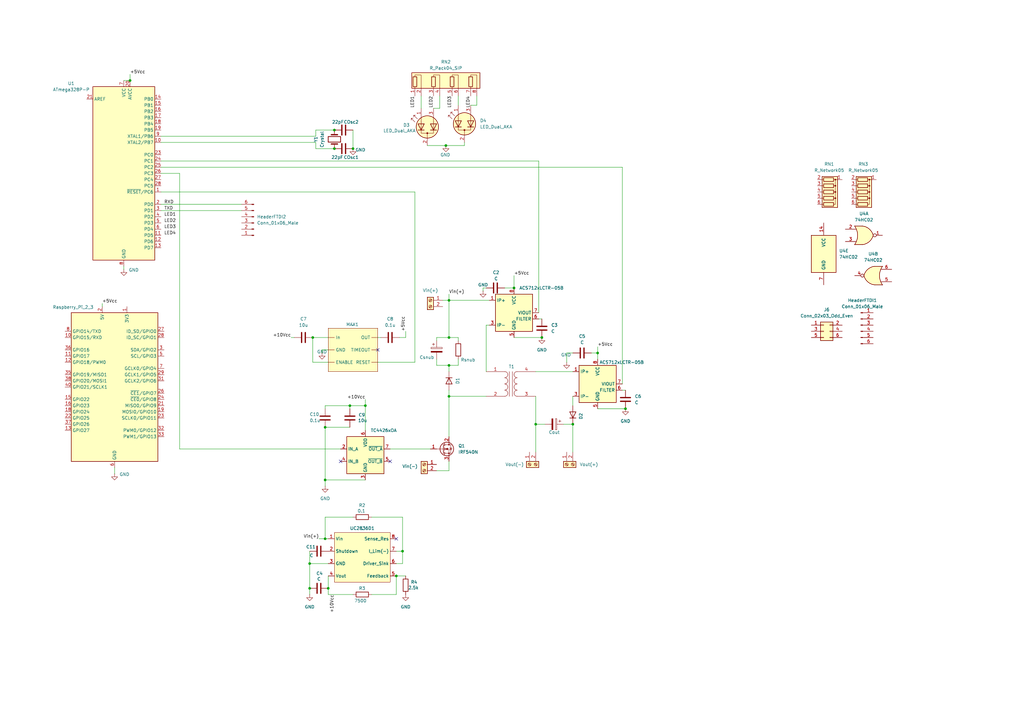
<source format=kicad_sch>
(kicad_sch (version 20250114) (generator "eeschema") (generator_version "9.0")
  (paper "A3")
  (lib_symbols
    (symbol "74xx:74HC02" (pin_names (offset 1.016))
      (property "Reference" "U" (at 0 1.27 0))
      (property "Value" "74HC02" (at 0 -1.27 0))
      (symbol "74HC02_1_1"
        (pin input line (at -7.62 2.54 0) (length 4.318) (name "~") (number "2"))
        (pin input line (at -7.62 -2.54 0) (length 4.318) (name "~") (number "3"))
        (pin output inverted (at 7.62 0 180) (length 3.81) (name "~") (number "1"))
      )
      (symbol "74HC02_1_2"
        (pin input inverted (at -7.62 2.54 0) (length 3.81) (name "~") (number "2"))
        (pin input inverted (at -7.62 -2.54 0) (length 3.81) (name "~") (number "3"))
        (pin output line (at 7.62 0 180) (length 3.81) (name "~") (number "1"))
      )
      (symbol "74HC02_2_1"
        (pin input line (at -7.62 2.54 0) (length 4.318) (name "~") (number "5"))
        (pin input line (at -7.62 -2.54 0) (length 4.318) (name "~") (number "6"))
        (pin output inverted (at 7.62 0 180) (length 3.81) (name "~") (number "4"))
      )
      (symbol "74HC02_2_2"
        (pin input inverted (at -7.62 2.54 0) (length 3.81) (name "~") (number "5"))
        (pin input inverted (at -7.62 -2.54 0) (length 3.81) (name "~") (number "6"))
        (pin output line (at 7.62 0 180) (length 3.81) (name "~") (number "4"))
      )
      (symbol "74HC02_3_1"
        (pin input line (at -7.62 2.54 0) (length 4.318) (name "~") (number "8"))
        (pin input line (at -7.62 -2.54 0) (length 4.318) (name "~") (number "9"))
        (pin output inverted (at 7.62 0 180) (length 3.81) (name "~") (number "10"))
      )
      (symbol "74HC02_3_2"
        (pin input inverted (at -7.62 2.54 0) (length 3.81) (name "~") (number "8"))
        (pin input inverted (at -7.62 -2.54 0) (length 3.81) (name "~") (number "9"))
        (pin output line (at 7.62 0 180) (length 3.81) (name "~") (number "10"))
      )
      (symbol "74HC02_4_1"
        (pin input line (at -7.62 2.54 0) (length 4.318) (name "~") (number "11"))
        (pin input line (at -7.62 -2.54 0) (length 4.318) (name "~") (number "12"))
        (pin output inverted (at 7.62 0 180) (length 3.81) (name "~") (number "13"))
      )
      (symbol "74HC02_4_2"
        (pin input inverted (at -7.62 2.54 0) (length 3.81) (name "~") (number "11"))
        (pin input inverted (at -7.62 -2.54 0) (length 3.81) (name "~") (number "12"))
        (pin output line (at 7.62 0 180) (length 3.81) (name "~") (number "13"))
      )
      (symbol "74HC02_5_0"
        (pin power_in line (at 0 12.7 270) (length 5.08) (name "VCC") (number "14"))
        (pin power_in line (at 0 -12.7 90) (length 5.08) (name "GND") (number "7"))
      )
    )
    (symbol "Connector:Raspberry_Pi_2_3"
      (property "Reference" "J" (at -17.78 31.75 0))
      (property "Value" "Raspberry_Pi_2_3" (at 10.16 -31.75 0))
      (symbol "Raspberry_Pi_2_3_1_1"
        (pin bidirectional line (at -20.32 22.86 0) (length 2.54) (name "GPIO14/TXD") (number "8"))
        (pin bidirectional line (at -20.32 20.32 0) (length 2.54) (name "GPIO15/RXD") (number "10"))
        (pin bidirectional line (at -20.32 15.24 0) (length 2.54) (name "GPIO16") (number "36"))
        (pin bidirectional line (at -20.32 12.7 0) (length 2.54) (name "GPIO17") (number "11"))
        (pin bidirectional line (at -20.32 10.16 0) (length 2.54) (name "GPIO18/PWM0") (number "12"))
        (pin bidirectional line (at -20.32 5.08 0) (length 2.54) (name "GPIO19/MISO1") (number "35"))
        (pin bidirectional line (at -20.32 2.54 0) (length 2.54) (name "GPIO20/MOSI1") (number "38"))
        (pin bidirectional line (at -20.32 0 0) (length 2.54) (name "GPIO21/SCLK1") (number "40"))
        (pin bidirectional line (at -20.32 -5.08 0) (length 2.54) (name "GPIO22") (number "15"))
        (pin bidirectional line (at -20.32 -7.62 0) (length 2.54) (name "GPIO23") (number "16"))
        (pin bidirectional line (at -20.32 -10.16 0) (length 2.54) (name "GPIO24") (number "18"))
        (pin bidirectional line (at -20.32 -12.7 0) (length 2.54) (name "GPIO25") (number "22"))
        (pin bidirectional line (at -20.32 -15.24 0) (length 2.54) (name "GPIO26") (number "37"))
        (pin bidirectional line (at -20.32 -17.78 0) (length 2.54) (name "GPIO27") (number "13"))
        (pin power_in line (at -5.08 33.02 270) (length 2.54) (name "5V") (number "2"))
        (pin passive line (at -5.08 33.02 270) (length 2.54) (hide yes) (name "5V") (number "4"))
        (pin passive line (at 0 -33.02 90) (length 2.54) (hide yes) (name "GND") (number "14"))
        (pin passive line (at 0 -33.02 90) (length 2.54) (hide yes) (name "GND") (number "20"))
        (pin passive line (at 0 -33.02 90) (length 2.54) (hide yes) (name "GND") (number "25"))
        (pin passive line (at 0 -33.02 90) (length 2.54) (hide yes) (name "GND") (number "30"))
        (pin passive line (at 0 -33.02 90) (length 2.54) (hide yes) (name "GND") (number "34"))
        (pin passive line (at 0 -33.02 90) (length 2.54) (hide yes) (name "GND") (number "39"))
        (pin power_in line (at 0 -33.02 90) (length 2.54) (name "GND") (number "6"))
        (pin passive line (at 0 -33.02 90) (length 2.54) (hide yes) (name "GND") (number "9"))
        (pin power_in line (at 5.08 33.02 270) (length 2.54) (name "3V3") (number "1"))
        (pin passive line (at 5.08 33.02 270) (length 2.54) (hide yes) (name "3V3") (number "17"))
        (pin bidirectional line (at 20.32 22.86 180) (length 2.54) (name "ID_SD/GPIO0") (number "27"))
        (pin bidirectional line (at 20.32 20.32 180) (length 2.54) (name "ID_SC/GPIO1") (number "28"))
        (pin bidirectional line (at 20.32 15.24 180) (length 2.54) (name "SDA/GPIO2") (number "3"))
        (pin bidirectional line (at 20.32 12.7 180) (length 2.54) (name "SCL/GPIO3") (number "5"))
        (pin bidirectional line (at 20.32 7.62 180) (length 2.54) (name "GCLK0/GPIO4") (number "7"))
        (pin bidirectional line (at 20.32 5.08 180) (length 2.54) (name "GCLK1/GPIO5") (number "29"))
        (pin bidirectional line (at 20.32 2.54 180) (length 2.54) (name "GCLK2/GPIO6") (number "31"))
        (pin bidirectional line (at 20.32 -2.54 180) (length 2.54) (name "~{CE1}/GPIO7") (number "26"))
        (pin bidirectional line (at 20.32 -5.08 180) (length 2.54) (name "~{CE0}/GPIO8") (number "24"))
        (pin bidirectional line (at 20.32 -7.62 180) (length 2.54) (name "MISO0/GPIO9") (number "21"))
        (pin bidirectional line (at 20.32 -10.16 180) (length 2.54) (name "MOSI0/GPIO10") (number "19"))
        (pin bidirectional line (at 20.32 -12.7 180) (length 2.54) (name "SCLK0/GPIO11") (number "23"))
        (pin bidirectional line (at 20.32 -17.78 180) (length 2.54) (name "PWM0/GPIO12") (number "32"))
        (pin bidirectional line (at 20.32 -20.32 180) (length 2.54) (name "PWM1/GPIO13") (number "33"))
      )
    )
    (symbol "Connector:Screw_Terminal_01x02" (pin_names (offset 1.016) (hide yes))
      (property "Reference" "J" (at 0 2.54 0))
      (property "Value" "Screw_Terminal_01x02" (at 0 -5.08 0))
      (symbol "Screw_Terminal_01x02_1_1"
        (pin passive line (at -5.08 0 0) (length 3.81) (name "Pin_1") (number "1"))
        (pin passive line (at -5.08 -2.54 0) (length 3.81) (name "Pin_2") (number "2"))
      )
    )
    (symbol "Connector_Generic:Conn_02x03_Odd_Even" (pin_names (offset 1.016) (hide yes))
      (property "Reference" "J" (at 1.27 5.08 0))
      (property "Value" "Conn_02x03_Odd_Even" (at 1.27 -5.08 0))
      (symbol "Conn_02x03_Odd_Even_1_1"
        (pin passive line (at -5.08 2.54 0) (length 3.81) (name "Pin_1") (number "1"))
        (pin passive line (at -5.08 0 0) (length 3.81) (name "Pin_3") (number "3"))
        (pin passive line (at -5.08 -2.54 0) (length 3.81) (name "Pin_5") (number "5"))
        (pin passive line (at 7.62 2.54 180) (length 3.81) (name "Pin_2") (number "2"))
        (pin passive line (at 7.62 0 180) (length 3.81) (name "Pin_4") (number "4"))
        (pin passive line (at 7.62 -2.54 180) (length 3.81) (name "Pin_6") (number "6"))
      )
    )
    (symbol "Device:C" (pin_numbers (hide yes)) (pin_names (offset 0.254))
      (property "Reference" "C" (at 0.635 2.54 0))
      (property "Value" "C" (at 0.635 -2.54 0))
      (symbol "C_1_1"
        (pin passive line (at 0 3.81 270) (length 2.794) (name "~") (number "1"))
        (pin passive line (at 0 -3.81 90) (length 2.794) (name "~") (number "2"))
      )
    )
    (symbol "Device:C_Polarized" (pin_numbers (hide yes)) (pin_names (offset 0.254))
      (property "Reference" "C" (at 0.635 2.54 0))
      (property "Value" "C_Polarized" (at 0.635 -2.54 0))
      (symbol "C_Polarized_1_1"
        (pin passive line (at 0 3.81 270) (length 2.794) (name "~") (number "1"))
        (pin passive line (at 0 -3.81 90) (length 2.794) (name "~") (number "2"))
      )
    )
    (symbol "Device:D" (pin_numbers (hide yes)) (pin_names (offset 1.016) (hide yes))
      (property "Reference" "D" (at 0 2.54 0))
      (property "Value" "D" (at 0 -2.54 0))
      (symbol "D_1_1"
        (pin passive line (at -3.81 0 0) (length 2.54) (name "K") (number "1"))
        (pin passive line (at 3.81 0 180) (length 2.54) (name "A") (number "2"))
      )
    )
    (symbol "Device:LED_Dual_AKA" (pin_names (offset 0) (hide yes))
      (property "Reference" "D" (at 0 5.715 0))
      (property "Value" "LED_Dual_AKA" (at 0 -6.35 0))
      (symbol "LED_Dual_AKA_1_1"
        (pin input line (at -7.62 0 0) (length 3.048) (name "K") (number "2"))
        (pin input line (at 7.62 2.54 180) (length 3.81) (name "A1") (number "1"))
        (pin input line (at 7.62 -2.54 180) (length 3.81) (name "A2") (number "3"))
      )
    )
    (symbol "Device:R" (pin_numbers (hide yes)) (pin_names (offset 0))
      (property "Reference" "R" (at 2.032 0 90))
      (property "Value" "R" (at 0 0 90))
      (symbol "R_1_1"
        (pin passive line (at 0 3.81 270) (length 1.27) (name "~") (number "1"))
        (pin passive line (at 0 -3.81 90) (length 1.27) (name "~") (number "2"))
      )
    )
    (symbol "Device:R_Network05" (pin_names (offset 0) (hide yes))
      (property "Reference" "RN" (at -7.62 0 90))
      (property "Value" "R_Network05" (at 7.62 0 90))
      (symbol "R_Network05_1_1"
        (pin passive line (at -5.08 5.08 270) (length 2.54) (name "common") (number "1"))
        (pin passive line (at -5.08 -5.08 90) (length 1.27) (name "R1") (number "2"))
        (pin passive line (at -2.54 -5.08 90) (length 1.27) (name "R2") (number "3"))
        (pin passive line (at 0 -5.08 90) (length 1.27) (name "R3") (number "4"))
        (pin passive line (at 2.54 -5.08 90) (length 1.27) (name "R4") (number "5"))
        (pin passive line (at 5.08 -5.08 90) (length 1.27) (name "R5") (number "6"))
      )
    )
    (symbol "Device:R_Pack04_SIP" (pin_names (offset 0) (hide yes))
      (property "Reference" "RN" (at -15.24 0 90))
      (property "Value" "R_Pack04_SIP" (at 15.24 0 90))
      (symbol "R_Pack04_SIP_1_1"
        (pin passive line (at -12.7 -5.08 90) (length 3.81) (name "R1.1") (number "1"))
        (pin passive line (at -10.16 -5.08 90) (length 3.81) (name "R1.2") (number "2"))
        (pin passive line (at -5.08 -5.08 90) (length 3.81) (name "R2.1") (number "3"))
        (pin passive line (at -2.54 -5.08 90) (length 3.81) (name "R2.2") (number "4"))
        (pin passive line (at 2.54 -5.08 90) (length 3.81) (name "R3.1") (number "5"))
        (pin passive line (at 5.08 -5.08 90) (length 3.81) (name "R3.2") (number "6"))
        (pin passive line (at 10.16 -5.08 90) (length 3.81) (name "R4.1") (number "7"))
        (pin passive line (at 12.7 -5.08 90) (length 3.81) (name "R4.2") (number "8"))
      )
    )
    (symbol "Device:Transformer_1P_1S" (pin_names (offset 1.016) (hide yes))
      (property "Reference" "T" (at 0 6.35 0))
      (property "Value" "Transformer_1P_1S" (at 0 -7.62 0))
      (symbol "Transformer_1P_1S_1_1"
        (pin passive line (at -10.16 5.08 0) (length 7.62) (name "AA") (number "1"))
        (pin passive line (at -10.16 -5.08 0) (length 7.62) (name "AB") (number "2"))
        (pin passive line (at 10.16 5.08 180) (length 7.62) (name "SB") (number "4"))
        (pin passive line (at 10.16 -5.08 180) (length 7.62) (name "SA") (number "3"))
      )
    )
    (symbol "Driver_FET:TC4426xOA"
      (property "Reference" "U" (at -7.62 8.89 0))
      (property "Value" "TC4426xOA" (at 1.27 8.89 0))
      (symbol "TC4426xOA_1_1"
        (pin input line (at -10.16 2.54 0) (length 2.54) (name "IN_A") (number "2"))
        (pin input line (at -10.16 -2.54 0) (length 2.54) (name "IN_B") (number "4"))
        (pin no_connect line (at -7.62 0 0) (length 2.54) (hide yes) (name "NC") (number "1"))
        (pin power_in line (at 0 10.16 270) (length 2.54) (name "VDD") (number "6"))
        (pin power_in line (at 0 -10.16 90) (length 2.54) (name "GND") (number "3"))
        (pin no_connect line (at 7.62 0 180) (length 2.54) (hide yes) (name "NC") (number "8"))
        (pin output line (at 10.16 2.54 180) (length 2.54) (name "~{OUT_A}") (number "7"))
        (pin output line (at 10.16 -2.54 180) (length 2.54) (name "~{OUT_B}") (number "5"))
      )
    )
    (symbol "MCU_Microchip_ATmega:ATmega328P-P"
      (property "Reference" "U" (at -12.7 36.83 0))
      (property "Value" "ATmega328P-P" (at 2.54 -36.83 0))
      (symbol "ATmega328P-P_1_1"
        (pin passive line (at -15.24 30.48 0) (length 2.54) (name "AREF") (number "21"))
        (pin power_in line (at 0 38.1 270) (length 2.54) (name "VCC") (number "7"))
        (pin passive line (at 0 -38.1 90) (length 2.54) (hide yes) (name "GND") (number "22"))
        (pin power_in line (at 0 -38.1 90) (length 2.54) (name "GND") (number "8"))
        (pin power_in line (at 2.54 38.1 270) (length 2.54) (name "AVCC") (number "20"))
        (pin bidirectional line (at 15.24 30.48 180) (length 2.54) (name "PB0") (number "14"))
        (pin bidirectional line (at 15.24 27.94 180) (length 2.54) (name "PB1") (number "15"))
        (pin bidirectional line (at 15.24 25.4 180) (length 2.54) (name "PB2") (number "16"))
        (pin bidirectional line (at 15.24 22.86 180) (length 2.54) (name "PB3") (number "17"))
        (pin bidirectional line (at 15.24 20.32 180) (length 2.54) (name "PB4") (number "18"))
        (pin bidirectional line (at 15.24 17.78 180) (length 2.54) (name "PB5") (number "19"))
        (pin bidirectional line (at 15.24 15.24 180) (length 2.54) (name "XTAL1/PB6") (number "9"))
        (pin bidirectional line (at 15.24 12.7 180) (length 2.54) (name "XTAL2/PB7") (number "10"))
        (pin bidirectional line (at 15.24 7.62 180) (length 2.54) (name "PC0") (number "23"))
        (pin bidirectional line (at 15.24 5.08 180) (length 2.54) (name "PC1") (number "24"))
        (pin bidirectional line (at 15.24 2.54 180) (length 2.54) (name "PC2") (number "25"))
        (pin bidirectional line (at 15.24 0 180) (length 2.54) (name "PC3") (number "26"))
        (pin bidirectional line (at 15.24 -2.54 180) (length 2.54) (name "PC4") (number "27"))
        (pin bidirectional line (at 15.24 -5.08 180) (length 2.54) (name "PC5") (number "28"))
        (pin bidirectional line (at 15.24 -7.62 180) (length 2.54) (name "~{RESET}/PC6") (number "1"))
        (pin bidirectional line (at 15.24 -12.7 180) (length 2.54) (name "PD0") (number "2"))
        (pin bidirectional line (at 15.24 -15.24 180) (length 2.54) (name "PD1") (number "3"))
        (pin bidirectional line (at 15.24 -17.78 180) (length 2.54) (name "PD2") (number "4"))
        (pin bidirectional line (at 15.24 -20.32 180) (length 2.54) (name "PD3") (number "5"))
        (pin bidirectional line (at 15.24 -22.86 180) (length 2.54) (name "PD4") (number "6"))
        (pin bidirectional line (at 15.24 -25.4 180) (length 2.54) (name "PD5") (number "11"))
        (pin bidirectional line (at 15.24 -27.94 180) (length 2.54) (name "PD6") (number "12"))
        (pin bidirectional line (at 15.24 -30.48 180) (length 2.54) (name "PD7") (number "13"))
      )
    )
    (symbol "New_Library:MAX6765"
      (property "Reference" "MAX6765" (at 0 0 0))
      (symbol "MAX6765_1_1"
        (pin input line (at -10.16 -5.08 0) (length 2.54) (name "In") (number ""))
        (pin input line (at -10.16 -10.16 0) (length 2.54) (name "GND") (number ""))
        (pin input line (at -10.16 -15.24 0) (length 2.54) (name "ENABLE") (number ""))
        (pin input line (at 10.16 -5.08 180) (length 2.54) (name "OUT") (number ""))
        (pin input line (at 10.16 -10.16 180) (length 2.54) (name "TIMEOUT") (number ""))
        (pin input line (at 10.16 -15.24 180) (length 2.54) (name "RESET") (number ""))
      )
    )
    (symbol "Regulator:UC2836D"
      (property "Reference" "UC2836D" (at 0 0 0))
      (symbol "UC2836D_1_1"
        (pin input line (at -13.97 -3.81 0) (length 2.54) (name "Vin") (number "1"))
        (pin input line (at -13.97 -8.89 0) (length 2.54) (name "Shutdown") (number "2"))
        (pin output line (at -13.97 -13.97 0) (length 2.54) (name "GND") (number "3"))
        (pin output line (at -13.97 -19.05 0) (length 2.54) (name "Vout") (number "4"))
        (pin unspecified line (at 13.97 -3.81 180) (length 2.54) (name "Sense_Res") (number "8"))
        (pin output line (at 13.97 -8.89 180) (length 2.54) (name "I_Lim(-)") (number "7"))
        (pin input line (at 13.97 -13.97 180) (length 2.54) (name "Driver_Sink") (number "6"))
        (pin input line (at 13.97 -19.05 180) (length 2.54) (name "Feedback") (number "5"))
      )
    )
    (symbol "Sensor_Current:ACS712xLCTR-05B"
      (property "Reference" "U" (at 2.54 11.43 0))
      (property "Value" "ACS712xLCTR-05B" (at 2.54 8.89 0))
      (symbol "ACS712xLCTR-05B_1_1"
        (pin passive line (at -10.16 5.08 0) (length 2.54) (name "IP+") (number "1"))
        (pin passive line (at -10.16 5.08 0) (length 2.54) (hide yes) (name "IP+") (number "2"))
        (pin passive line (at -10.16 -5.08 0) (length 2.54) (name "IP-") (number "3"))
        (pin passive line (at -10.16 -5.08 0) (length 2.54) (hide yes) (name "IP-") (number "4"))
        (pin power_in line (at 0 10.16 270) (length 2.54) (name "VCC") (number "8"))
        (pin power_in line (at 0 -10.16 90) (length 2.54) (name "GND") (number "5"))
        (pin output line (at 10.16 0 180) (length 2.54) (name "VIOUT") (number "7"))
        (pin passive line (at 10.16 -2.54 180) (length 2.54) (name "FILTER") (number "6"))
      )
    )
    (symbol "Transistor_FET:IRF540N" (pin_names (hide yes))
      (property "Reference" "Q" (at 5.08 1.905 0))
      (property "Value" "IRF540N" (at 5.08 0 0))
      (symbol "IRF540N_1_1"
        (pin input line (at -5.08 0 0) (length 2.54) (name "G") (number "1"))
        (pin passive line (at 2.54 5.08 270) (length 2.54) (name "D") (number "2"))
        (pin passive line (at 2.54 -5.08 90) (length 2.54) (name "S") (number "3"))
      )
    )
    (symbol "Xtal_16MHz:Crystal" (pin_numbers (hide yes)) (pin_names (offset 1.016) (hide yes))
      (property "Reference" "Y" (at 0 3.81 0))
      (property "Value" "Crystal" (at 0 -3.81 0))
      (symbol "Crystal_1_1"
        (pin passive line (at -3.81 0 0) (length 1.27) (name "1") (number "1"))
        (pin passive line (at 3.81 0 180) (length 1.27) (name "2") (number "2"))
      )
    )
    (symbol "conn_01x06_male:Conn_01x06_Male" (pin_names (offset 1.016) (hide yes))
      (property "Reference" "HeaderFTDI1" (at -6.35 -1.524 0))
      (property "Value" "Conn_01x06_Male" (at -6.35 -3.8354 0))
      (symbol "Conn_01x06_Male_1_1"
        (pin passive line (at 5.08 5.08 180) (length 3.81) (name "Pin_1") (number "1"))
        (pin passive line (at 5.08 2.54 180) (length 3.81) (name "Pin_2") (number "2"))
        (pin passive line (at 5.08 0 180) (length 3.81) (name "Pin_3") (number "3"))
        (pin passive line (at 5.08 -2.54 180) (length 3.81) (name "Pin_4") (number "4"))
        (pin passive line (at 5.08 -5.08 180) (length 3.81) (name "Pin_5") (number "5"))
        (pin passive line (at 5.08 -7.62 180) (length 3.81) (name "Pin_6") (number "6"))
      )
    )
    (symbol "power:GND" (power) (pin_numbers (hide yes)) (pin_names (offset 0) (hide yes))
      (property "Value" "GND" (at 0 -3.81 0))
      (symbol "GND_1_1"
        (pin power_in line (at 0 0 270) (length 0) (name "~") (number "1"))
      )
    )
  )
  (junction (at 133.35 175.26))
  (junction (at 149.86 166.37))
  (junction (at 143.51 166.37))
  (junction (at 184.15 138.43))
  (junction (at 210.82 118.11))
  (junction (at 219.71 173.99))
  (junction (at 182.88 59.69))
  (junction (at 245.11 144.78))
  (junction (at 234.95 173.99))
  (junction (at 134.62 241.3))
  (junction (at 128.27 138.43))
  (junction (at 127 231.14))
  (junction (at 184.15 149.86))
  (junction (at 162.56 236.22))
  (junction (at 184.15 123.19))
  (junction (at 184.15 162.56))
  (junction (at 127 241.3))
  (junction (at 256.54 167.64))
  (junction (at 222.25 138.43))
  (junction (at 165.1 226.06))
  (junction (at 133.35 220.98))
  (junction (at 53.34 33.02))
  (junction (at 144.78 60.96))
  (junction (at 137.16 60.96))
  (junction (at 137.16 53.34))
  (junction (at 133.35 196.85))
  (no_connect (at 162.56 220.98))
  (no_connect (at 154.94 143.51))
  (no_connect (at 139.7 189.23))
  (no_connect (at 160.02 189.23))
  (wire (pts (xy 165.1 231.14) (xy 165.1 226.06)))
  (wire (pts (xy 234.95 162.56) (xy 234.95 166.37)))
  (wire (pts (xy 130.81 220.98) (xy 133.35 220.98)))
  (wire (pts (xy 181.61 123.19) (xy 184.15 123.19)))
  (wire (pts (xy 46.99 191.77) (xy 46.99 194.31)))
  (wire (pts (xy 129.54 60.96) (xy 137.16 60.96)))
  (wire (pts (xy 199.39 118.11) (xy 198.12 118.11)))
  (wire (pts (xy 222.25 130.81) (xy 220.98 130.81)))
  (wire (pts (xy 187.96 149.86) (xy 187.96 147.32)))
  (wire (pts (xy 219.71 173.99) (xy 219.71 185.42)))
  (wire (pts (xy 133.35 175.26) (xy 133.35 196.85)))
  (wire (pts (xy 199.39 162.56) (xy 184.15 162.56)))
  (wire (pts (xy 152.4 212.09) (xy 165.1 212.09)))
  (wire (pts (xy 207.01 118.11) (xy 210.82 118.11)))
  (wire (pts (xy 182.88 59.69) (xy 190.5 59.69)))
  (wire (pts (xy 132.08 143.51) (xy 134.62 143.51)))
  (wire (pts (xy 245.11 144.78) (xy 245.11 147.32)))
  (wire (pts (xy 119.38 138.43) (xy 120.65 138.43)))
  (wire (pts (xy 175.26 59.69) (xy 182.88 59.69)))
  (wire (pts (xy 180.34 39.37) (xy 180.34 44.45)))
  (wire (pts (xy 160.02 184.15) (xy 176.53 184.15)))
  (wire (pts (xy 152.4 243.84) (xy 162.56 243.84)))
  (wire (pts (xy 172.72 39.37) (xy 172.72 44.45)))
  (wire (pts (xy 232.41 144.78) (xy 232.41 148.59)))
  (wire (pts (xy 129.54 53.34) (xy 137.16 53.34)))
  (wire (pts (xy 187.96 39.37) (xy 187.96 43.18)))
  (wire (pts (xy 187.96 139.7) (xy 187.96 138.43)))
  (wire (pts (xy 162.56 243.84) (xy 162.56 236.22)))
  (wire (pts (xy 184.15 162.56) (xy 184.15 160.02)))
  (wire (pts (xy 128.27 148.59) (xy 134.62 148.59)))
  (wire (pts (xy 149.86 166.37) (xy 149.86 176.53)))
  (wire (pts (xy 50.8 33.02) (xy 53.34 33.02)))
  (wire (pts (xy 154.94 148.59) (xy 170.18 148.59)))
  (wire (pts (xy 66.04 83.82) (xy 99.06 83.82)))
  (wire (pts (xy 163.83 138.43) (xy 166.37 138.43)))
  (wire (pts (xy 210.82 113.03) (xy 210.82 118.11)))
  (wire (pts (xy 133.35 196.85) (xy 149.86 196.85)))
  (wire (pts (xy 149.86 166.37) (xy 149.86 163.83)))
  (wire (pts (xy 133.35 220.98) (xy 134.62 220.98)))
  (wire (pts (xy 179.07 147.32) (xy 179.07 149.86)))
  (wire (pts (xy 170.18 78.74) (xy 66.04 78.74)))
  (wire (pts (xy 53.34 30.48) (xy 53.34 33.02)))
  (wire (pts (xy 66.04 86.36) (xy 99.06 86.36)))
  (wire (pts (xy 195.58 39.37) (xy 195.58 43.18)))
  (wire (pts (xy 184.15 120.65) (xy 184.15 123.19)))
  (wire (pts (xy 184.15 162.56) (xy 184.15 179.07)))
  (wire (pts (xy 220.98 66.04) (xy 66.04 66.04)))
  (wire (pts (xy 184.15 193.04) (xy 179.07 193.04)))
  (wire (pts (xy 134.62 243.84) (xy 144.78 243.84)))
  (wire (pts (xy 255.27 157.48) (xy 255.27 68.58)))
  (wire (pts (xy 127 231.14) (xy 134.62 231.14)))
  (wire (pts (xy 133.35 175.26) (xy 143.51 175.26)))
  (wire (pts (xy 234.95 144.78) (xy 232.41 144.78)))
  (wire (pts (xy 66.04 58.42) (xy 129.54 58.42)))
  (wire (pts (xy 133.35 212.09) (xy 144.78 212.09)))
  (wire (pts (xy 165.1 226.06) (xy 162.56 226.06)))
  (wire (pts (xy 177.8 44.45) (xy 180.34 44.45)))
  (wire (pts (xy 184.15 138.43) (xy 184.15 123.19)))
  (wire (pts (xy 133.35 220.98) (xy 133.35 212.09)))
  (wire (pts (xy 184.15 123.19) (xy 200.66 123.19)))
  (wire (pts (xy 133.35 167.64) (xy 133.35 166.37)))
  (wire (pts (xy 245.11 142.24) (xy 245.11 144.78)))
  (wire (pts (xy 193.04 43.18) (xy 195.58 43.18)))
  (wire (pts (xy 66.04 55.88) (xy 129.54 55.88)))
  (wire (pts (xy 184.15 152.4) (xy 184.15 149.86)))
  (wire (pts (xy 256.54 160.02) (xy 255.27 160.02)))
  (wire (pts (xy 41.91 124.46) (xy 41.91 125.73)))
  (wire (pts (xy 219.71 173.99) (xy 223.52 173.99)))
  (wire (pts (xy 154.94 138.43) (xy 156.21 138.43)))
  (wire (pts (xy 245.11 167.64) (xy 256.54 167.64)))
  (wire (pts (xy 198.12 118.11) (xy 198.12 119.38)))
  (wire (pts (xy 144.78 53.34) (xy 144.78 60.96)))
  (wire (pts (xy 129.54 55.88) (xy 129.54 53.34)))
  (wire (pts (xy 166.37 135.89) (xy 166.37 138.43)))
  (wire (pts (xy 179.07 149.86) (xy 184.15 149.86)))
  (wire (pts (xy 129.54 58.42) (xy 129.54 60.96)))
  (wire (pts (xy 73.66 71.12) (xy 73.66 184.15)))
  (wire (pts (xy 219.71 162.56) (xy 219.71 173.99)))
  (wire (pts (xy 66.04 71.12) (xy 73.66 71.12)))
  (wire (pts (xy 190.5 59.69) (xy 190.5 58.42)))
  (wire (pts (xy 231.14 173.99) (xy 234.95 173.99)))
  (wire (pts (xy 165.1 212.09) (xy 165.1 226.06)))
  (wire (pts (xy 170.18 78.74) (xy 170.18 148.59)))
  (wire (pts (xy 255.27 68.58) (xy 66.04 68.58)))
  (wire (pts (xy 133.35 166.37) (xy 143.51 166.37)))
  (wire (pts (xy 127 226.06) (xy 127 231.14)))
  (wire (pts (xy 162.56 231.14) (xy 165.1 231.14)))
  (wire (pts (xy 179.07 138.43) (xy 184.15 138.43)))
  (wire (pts (xy 162.56 236.22) (xy 166.37 236.22)))
  (wire (pts (xy 127 243.84) (xy 127 241.3)))
  (wire (pts (xy 200.66 133.35) (xy 199.39 133.35)))
  (wire (pts (xy 179.07 139.7) (xy 179.07 138.43)))
  (wire (pts (xy 220.98 128.27) (xy 220.98 66.04)))
  (wire (pts (xy 184.15 189.23) (xy 184.15 193.04)))
  (wire (pts (xy 219.71 152.4) (xy 234.95 152.4)))
  (wire (pts (xy 210.82 138.43) (xy 222.25 138.43)))
  (wire (pts (xy 128.27 148.59) (xy 128.27 138.43)))
  (wire (pts (xy 134.62 236.22) (xy 134.62 241.3)))
  (wire (pts (xy 127 231.14) (xy 127 241.3)))
  (wire (pts (xy 149.86 166.37) (xy 143.51 166.37)))
  (wire (pts (xy 132.08 143.51) (xy 132.08 144.78)))
  (wire (pts (xy 134.62 241.3) (xy 134.62 243.84)))
  (wire (pts (xy 133.35 196.85) (xy 133.35 199.39)))
  (wire (pts (xy 134.62 138.43) (xy 128.27 138.43)))
  (wire (pts (xy 184.15 138.43) (xy 187.96 138.43)))
  (wire (pts (xy 50.8 109.22) (xy 50.8 110.49)))
  (wire (pts (xy 199.39 133.35) (xy 199.39 152.4)))
  (wire (pts (xy 73.66 184.15) (xy 139.7 184.15)))
  (wire (pts (xy 242.57 144.78) (xy 245.11 144.78)))
  (wire (pts (xy 143.51 166.37) (xy 143.51 167.64)))
  (wire (pts (xy 234.95 173.99) (xy 234.95 185.42)))
  (wire (pts (xy 187.96 149.86) (xy 184.15 149.86)))
  (label "LED3" (at 185.42 39.37 270))
  (label "TXD" (at 67.31 86.36 0))
  (label "LED4" (at 193.04 39.37 270))
  (label "LED3" (at 67.31 93.98 0))
  (label "Vin(+)" (at 130.81 220.98 180))
  (label "Vin(+)" (at 184.15 120.65 0))
  (label "RXD" (at 67.31 83.82 0))
  (label "+10Vcc" (at 137.16 243.84 270))
  (label "+5Vcc" (at 210.82 113.03 0))
  (label "LED4" (at 67.31 96.52 0))
  (label "LED2" (at 177.8 39.37 270))
  (label "+10Vcc" (at 149.86 163.83 180))
  (label "LED2" (at 67.31 91.44 0))
  (label "LED1" (at 67.31 88.9 0))
  (label "+5Vcc" (at 166.37 135.89 90))
  (label "+5Vcc" (at 41.91 124.46 0))
  (label "+10Vcc" (at 119.38 138.43 180))
  (label "LED1" (at 170.18 39.37 270))
  (label "+5Vcc" (at 245.11 142.24 0))
  (label "+5Vcc" (at 53.34 30.48 0))
  (symbol (lib_id "74xx:74HC02") (at 354.33 96.52 0) (unit 1)
    (property "Reference" "U4" (at 354.33 87.63 0))
    (property "Value" "74HC02" (at 354.33 90.17 0))
    (property "Footprint" "Package_DIP:DIP-14_W7.62mm_LongPads" (effects (hide yes)))
    (property "Datasheet" "http://www.ti.com/lit/gpn/sn74hc02" (effects (hide yes)))
    (property "Description" "quad 2-input NOR gate" (effects (hide yes)))
  )
  (symbol (lib_id "power:GND") (at 256.54 167.64 0) (unit 1)
    (property "Reference" "#PWR06" (effects (hide yes)))
    (property "Value" "GND" (at 256.54 172.72 0))
    (property "Description" "Power symbol creates a global label with name \"GND\" , ground" (effects (hide yes)))
  )
  (symbol (lib_id "power:GND") (at 222.25 138.43 0) (unit 1)
    (property "Reference" "#PWR04" (effects (hide yes)))
    (property "Value" "GND" (at 222.25 143.51 0))
    (property "Description" "Power symbol creates a global label with name \"GND\" , ground" (effects (hide yes)))
  )
  (symbol (lib_id "power:GND") (at 50.8 110.49 0) (unit 1)
    (property "Reference" "#PWR011" (effects (hide yes)))
    (property "Value" "GND" (at 54.864 110.744 0))
    (property "Description" "Power symbol creates a global label with name \"GND\" , ground" (effects (hide yes)))
  )
  (symbol (lib_id "power:GND") (at 182.88 59.69 0) (unit 1)
    (property "Reference" "#PWR08" (effects (hide yes)))
    (property "Value" "GND" (at 182.626 63.5 0))
    (property "Description" "Power symbol creates a global label with name \"GND\" , ground" (effects (hide yes)))
  )
  (symbol (lib_id "Device:C") (at 160.02 138.43 90) (unit 1)
    (property "Reference" "C8" (at 160.02 130.81 90))
    (property "Value" "0.1u" (at 160.02 133.35 90))
    (property "Description" "Unpolarized capacitor" (effects (hide yes)))
  )
  (symbol (lib_id "Device:C") (at 140.97 53.34 270) (unit 1)
    (property "Reference" "COsc2" (at 140.97 50.038 90) (effects (justify left)))
    (property "Value" "22pF" (at 136.144 50.038 90) (effects (justify left)))
    (property "Footprint" "Capacitor_THT:C_Rect_L7.2mm_W3.5mm_P5.00mm_FKS2_FKP2_MKS2_MKP2" (effects (hide yes)))
  )
  (symbol (lib_id "Driver_FET:TC4426xOA") (at 149.86 186.69 0) (unit 1)
    (property "Reference" "U6" (effects (hide yes)))
    (property "Value" "TC4426xOA" (at 152.0033 176.53 0) (effects (justify left)))
    (property "Footprint" "Package_SO:SOIC-8_3.9x4.9mm_P1.27mm" (effects (hide yes)))
    (property "Datasheet" "https://ww1.microchip.com/downloads/en/DeviceDoc/20001422G.pdf" (effects (hide yes)))
    (property "Description" "1.5A Dual High-Speed Power MOSFET Drivers, 4.5...18V supply, TTL/CMOS compatible inputs, inverting drivers, SOIC-8" (effects (hide yes)))
  )
  (symbol (lib_id "Connector:Screw_Terminal_01x02") (at 217.17 190.5 90) (mirror x) (unit 1)
    (property "Reference" "Vout(-)" (at 207.264 190.5 90) (effects (justify right)))
    (property "Value" "Screw_Terminal_01x02" (effects (hide yes)))
    (property "Description" "Generic screw terminal, single row, 01x02, script generated (kicad-library-utils/schlib/autogen/connector/)" (effects (hide yes)))
  )
  (symbol (lib_id "Sensor_Current:ACS712xLCTR-05B") (at 210.82 128.27 0) (unit 1)
    (property "Reference" "U2" (effects (hide yes)))
    (property "Value" "ACS712xLCTR-05B" (at 212.9633 118.11 0) (effects (justify left)))
    (property "Footprint" "Package_SO:SOIC-8_3.9x4.9mm_P1.27mm" (effects (hide yes)))
    (property "Datasheet" "http://www.allegromicro.com/~/media/Files/Datasheets/ACS712-Datasheet.ashx?la=en" (effects (hide yes)))
    (property "Description" "±5A Bidirectional Hall-Effect Current Sensor, +5.0V supply, 185mV/A, SOIC-8" (effects (hide yes)))
  )
  (symbol (lib_id "Device:R_Network05") (at 354.33 78.74 270) (unit 1)
    (property "Reference" "RN3" (at 354.076 67.31 90))
    (property "Value" "R_Network05" (at 354.076 69.85 90))
    (property "Footprint" "Resistor_THT:R_Array_SIP6" (effects (hide yes)))
    (property "Datasheet" "http://www.vishay.com/docs/31509/csc.pdf" (effects (hide yes)))
    (property "Description" "5 resistor network, star topology, bussed resistors, small symbol" (effects (hide yes)))
  )
  (symbol (lib_id "Device:C") (at 222.25 134.62 180) (unit 1)
    (property "Reference" "C3" (at 226.06 133.3499 0) (effects (justify right)))
    (property "Value" "C" (at 226.06 135.8899 0) (effects (justify right)))
    (property "Description" "Unpolarized capacitor" (effects (hide yes)))
  )
  (symbol (lib_id "Device:C") (at 130.81 241.3 270) (unit 1)
    (property "Reference" "C4" (at 131.064 235.204 90))
    (property "Value" "C" (at 130.81 237.49 90))
    (property "Description" "Unpolarized capacitor" (effects (hide yes)))
  )
  (symbol (lib_id "power:GND") (at 132.08 144.78 0) (unit 1)
    (property "Reference" "#PWR09" (effects (hide yes)))
    (property "Value" "GND" (at 132.08 144.272 0))
    (property "Description" "Power symbol creates a global label with name \"GND\" , ground" (effects (hide yes)))
  )
  (symbol (lib_id "Device:C") (at 203.2 118.11 270) (unit 1)
    (property "Reference" "C2" (at 203.454 111.76 90))
    (property "Value" "C" (at 203.454 114.3 90))
    (property "Description" "Unpolarized capacitor" (effects (hide yes)))
  )
  (symbol (lib_id "Device:D") (at 184.15 156.21 270) (unit 1)
    (property "Reference" "D1" (at 187.706 156.21 0))
    (property "Value" "D" (effects (hide yes)))
    (property "Description" "Diode" (effects (hide yes)))
    (property "Sim.Device" "D" (effects (hide yes)))
    (property "Sim.Pins" "1=K 2=A" (effects (hide yes)))
  )
  (symbol (lib_id "power:GND") (at 166.37 243.84 0) (unit 1)
    (property "Reference" "#PWR014" (effects (hide yes)))
    (property "Value" "GND" (at 166.37 248.92 0))
    (property "Description" "Power symbol creates a global label with name \"GND\" , ground" (effects (hide yes)))
  )
  (symbol (lib_id "Device:R") (at 148.59 243.84 90) (unit 1)
    (property "Reference" "R3" (at 149.86 241.3 90) (effects (justify left)))
    (property "Value" "7500" (at 150.368 246.38 90) (effects (justify left)))
    (property "Description" "Resistor" (effects (hide yes)))
  )
  (symbol (lib_id "74xx:74HC02") (at 358.14 113.03 180) (unit 2)
    (property "Reference" "U4" (at 358.14 104.14 0))
    (property "Value" "74HC02" (at 358.14 106.68 0))
    (property "Footprint" "Package_DIP:DIP-14_W7.62mm_LongPads" (effects (hide yes)))
    (property "Datasheet" "http://www.ti.com/lit/gpn/sn74hc02" (effects (hide yes)))
    (property "Description" "quad 2-input NOR gate" (effects (hide yes)))
  )
  (symbol (lib_id "Sensor_Current:ACS712xLCTR-05B") (at 245.11 157.48 0) (unit 1)
    (property "Reference" "U3" (effects (hide yes)))
    (property "Value" "ACS712xLCTR-05B" (at 245.872 148.59 0) (effects (justify left)))
    (property "Footprint" "Package_SO:SOIC-8_3.9x4.9mm_P1.27mm" (effects (hide yes)))
    (property "Datasheet" "http://www.allegromicro.com/~/media/Files/Datasheets/ACS712-Datasheet.ashx?la=en" (effects (hide yes)))
    (property "Description" "±5A Bidirectional Hall-Effect Current Sensor, +5.0V supply, 185mV/A, SOIC-8" (effects (hide yes)))
  )
  (symbol (lib_id "Device:LED_Dual_AKA") (at 190.5 50.8 90) (unit 1)
    (property "Reference" "D4" (at 196.85 49.4664 90) (effects (justify right)))
    (property "Value" "LED_Dual_AKA" (at 196.85 52.0064 90) (effects (justify right)))
    (property "Footprint" "ATverterE:LED_3pin_P2.54mm" (effects (hide yes)))
    (property "Description" "Dual LED, common cathode on pin 2" (effects (hide yes)))
  )
  (symbol (lib_id "Device:C_Polarized") (at 179.07 143.51 0) (unit 1)
    (property "Reference" "Csnub" (at 178.054 146.558 0) (effects (justify right)))
    (property "Value" "C_Polarized" (effects (hide yes)))
    (property "Description" "Polarized capacitor" (effects (hide yes)))
  )
  (symbol (lib_id "Device:R_Network05") (at 340.36 78.74 270) (unit 1)
    (property "Reference" "RN1" (at 340.106 67.31 90))
    (property "Value" "R_Network05" (at 340.106 69.85 90))
    (property "Footprint" "Resistor_THT:R_Array_SIP6" (effects (hide yes)))
    (property "Datasheet" "http://www.vishay.com/docs/31509/csc.pdf" (effects (hide yes)))
    (property "Description" "5 resistor network, star topology, bussed resistors, small symbol" (effects (hide yes)))
  )
  (symbol (lib_id "Connector_Generic:Conn_02x03_Odd_Even") (at 337.82 135.89 0) (unit 1)
    (property "Reference" "J6" (at 339.09 127 0))
    (property "Value" "Conn_02x03_Odd_Even" (at 339.09 129.54 0))
    (property "Footprint" "Connector_PinHeader_2.54mm:PinHeader_2x03_P2.54mm_Vertical" (effects (hide yes)))
    (property "Description" "Generic connector, double row, 02x03, odd/even pin numbering scheme (row 1 odd numbers, row 2 even numbers), script generated (kicad-library-utils/schlib/autogen/connector/)" (effects (hide yes)))
  )
  (symbol (lib_id "MCU_Microchip_ATmega:ATmega328P-P") (at 50.8 71.12 0) (unit 1)
    (property "Reference" "U1" (at 29.21 34.2198 0))
    (property "Value" "ATmega328P-P" (at 29.21 36.7598 0))
    (property "Footprint" "Package_DIP:DIP-28_W7.62mm" (effects (hide yes)))
    (property "Datasheet" "http://ww1.microchip.com/downloads/en/DeviceDoc/ATmega328_P%20AVR%20MCU%20with%20picoPower%20Technology%20Data%20Sheet%2040001984A.pdf" (effects (hide yes)))
    (property "Description" "20MHz, 32kB Flash, 2kB SRAM, 1kB EEPROM, DIP-28" (effects (hide yes)))
  )
  (symbol (lib_id "power:GND") (at 127 243.84 0) (unit 1)
    (property "Reference" "#PWR013" (effects (hide yes)))
    (property "Value" "GND" (at 127 248.92 0))
    (property "Description" "Power symbol creates a global label with name \"GND\" , ground" (effects (hide yes)))
  )
  (symbol (lib_id "Device:LED_Dual_AKA") (at 175.26 52.07 90) (unit 1)
    (property "Reference" "D3" (at 165.354 51.308 90) (effects (justify right)))
    (property "Value" "LED_Dual_AKA" (at 157.226 53.594 90) (effects (justify right)))
    (property "Footprint" "ATverterE:LED_3pin_P2.54mm" (effects (hide yes)))
    (property "Description" "Dual LED, common cathode on pin 2" (effects (hide yes)))
  )
  (symbol (lib_id "Connector:Screw_Terminal_01x02") (at 173.99 190.5 0) (mirror y) (unit 1)
    (property "Reference" "Vin(-)" (at 168.148 191.262 0))
    (property "Value" "Screw_Terminal_01x02" (effects (hide yes)))
    (property "Description" "Generic screw terminal, single row, 01x02, script generated (kicad-library-utils/schlib/autogen/connector/)" (effects (hide yes)))
  )
  (symbol (lib_id "power:GND") (at 46.99 194.31 0) (unit 1)
    (property "Reference" "#PWR012" (effects (hide yes)))
    (property "Value" "GND" (at 51.054 194.564 0))
    (property "Description" "Power symbol creates a global label with name \"GND\" , ground" (effects (hide yes)))
  )
  (symbol (lib_id "Device:R") (at 148.59 212.09 90) (unit 1)
    (property "Reference" "R2" (at 149.86 207.264 90) (effects (justify left)))
    (property "Value" "0.1" (at 149.8599 209.55 90) (effects (justify left)))
    (property "Description" "Resistor" (effects (hide yes)))
  )
  (symbol (lib_id "Xtal_16MHz:Crystal") (at 137.16 57.15 90) (unit 1)
    (property "Reference" "Y1" (at 129.54 57.15 0))
    (property "Value" "Crystal" (at 132.08 57.15 0))
    (property "Footprint" "Crystal:Resonator-2Pin_W10.0mm_H5.0mm" (effects (hide yes)))
    (property "Description" "Two pin crystal" (effects (hide yes)))
  )
  (symbol (lib_id "New_Library:MAX6765") (at 144.78 133.35 0) (unit 1)
    (property "Reference" "MAX1" (at 144.526 133.096 0))
    (property "Value" "~" (at 144.78 133.35 0))
    (property "Datasheet" "https://www.mouser.com/datasheet/2/609/MAX6765_MAX6774-3470695.pdf" (effects (hide yes)))
  )
  (symbol (lib_id "power:GND") (at 198.12 119.38 0) (unit 1)
    (property "Reference" "#PWR03" (effects (hide yes)))
    (property "Value" "GND" (at 198.12 116.84 0))
    (property "Description" "Power symbol creates a global label with name \"GND\" , ground" (effects (hide yes)))
  )
  (symbol (lib_id "Device:C") (at 238.76 144.78 270) (unit 1)
    (property "Reference" "C5" (at 238.76 137.922 90))
    (property "Value" "C" (at 238.76 140.462 90))
    (property "Description" "Unpolarized capacitor" (effects (hide yes)))
  )
  (symbol (lib_id "conn_01x06_male:Conn_01x06_Male") (at 104.14 91.44 180) (unit 1)
    (property "Reference" "HeaderFTDI2" (at 105.41 88.8999 0) (effects (justify right)))
    (property "Value" "Conn_01x06_Male" (at 105.41 91.4399 0) (effects (justify right)))
    (property "Footprint" "Atverter_vE:FTDI_USB_TTL_Header" (effects (hide yes)))
  )
  (symbol (lib_id "Device:C") (at 143.51 171.45 180) (unit 1)
    (property "Reference" "C9" (at 147.066 170.18 0) (effects (justify right)))
    (property "Value" "10u" (at 146.812 172.466 0) (effects (justify right)))
    (property "Description" "Unpolarized capacitor" (effects (hide yes)))
  )
  (symbol (lib_id "Connector:Screw_Terminal_01x02") (at 232.41 190.5 90) (mirror x) (unit 1)
    (property "Reference" "Vout(+)" (at 237.744 190.5 90) (effects (justify right)))
    (property "Value" "Screw_Terminal_01x02" (effects (hide yes)))
    (property "Description" "Generic screw terminal, single row, 01x02, script generated (kicad-library-utils/schlib/autogen/connector/)" (effects (hide yes)))
  )
  (symbol (lib_id "Connector:Screw_Terminal_01x02") (at 176.53 123.19 0) (mirror y) (unit 1)
    (property "Reference" "Vin(+)" (at 176.53 119.126 0))
    (property "Value" "Screw_Terminal_01x02" (effects (hide yes)))
    (property "Description" "Generic screw terminal, single row, 01x02, script generated (kicad-library-utils/schlib/autogen/connector/)" (effects (hide yes)))
  )
  (symbol (lib_id "Device:R") (at 166.37 240.03 180) (unit 1)
    (property "Reference" "R4" (at 171.196 238.76 0) (effects (justify left)))
    (property "Value" "2.5k" (at 171.704 241.046 0) (effects (justify left)))
    (property "Description" "Resistor" (effects (hide yes)))
  )
  (symbol (lib_id "Connector:Raspberry_Pi_2_3") (at 46.99 158.75 0) (unit 1)
    (property "Reference" "J1" (effects (hide yes)))
    (property "Value" "Raspberry_Pi_2_3" (at 21.59 125.984 0) (effects (justify left)))
    (property "Footprint" "ATverterE:Raspberry_Pi_Zero_and_Four" (effects (hide yes)))
    (property "Datasheet" "https://www.raspberrypi.org/documentation/hardware/raspberrypi/schematics/rpi_SCH_3bplus_1p0_reduced.pdf" (effects (hide yes)))
    (property "Description" "expansion header for Raspberry Pi 2 & 3" (effects (hide yes)))
  )
  (symbol (lib_id "power:GND") (at 133.35 199.39 0) (unit 1)
    (property "Reference" "#PWR010" (effects (hide yes)))
    (property "Value" "GND" (at 133.35 204.47 0))
    (property "Description" "Power symbol creates a global label with name \"GND\" , ground" (effects (hide yes)))
  )
  (symbol (lib_id "Device:R") (at 187.96 143.51 0) (unit 1)
    (property "Reference" "Rsnub" (at 188.976 147.574 0) (effects (justify left)))
    (property "Value" "R" (effects (hide yes)))
    (property "Description" "Resistor" (effects (hide yes)))
  )
  (symbol (lib_id "Device:C") (at 130.81 226.06 270) (unit 1)
    (property "Reference" "C11" (at 127.508 224.282 90))
    (property "Value" "C" (at 127.762 227.838 90))
    (property "Description" "Unpolarized capacitor" (effects (hide yes)))
  )
  (symbol (lib_id "power:GND") (at 144.78 60.96 0) (unit 1)
    (property "Reference" "#PWR07" (effects (hide yes)))
    (property "Value" "GND" (at 147.828 61.468 0))
    (property "Description" "Power symbol creates a global label with name \"GND\" , ground" (effects (hide yes)))
  )
  (symbol (lib_id "Device:R_Pack04_SIP") (at 182.88 34.29 0) (unit 1)
    (property "Reference" "RN2" (at 182.88 25.4 0))
    (property "Value" "R_Pack04_SIP" (at 182.88 27.94 0))
    (property "Footprint" "Resistor_THT:R_Array_SIP8" (effects (hide yes)))
    (property "Datasheet" "http://www.vishay.com/docs/31509/csc.pdf" (effects (hide yes)))
    (property "Description" "4 resistor network, parallel topology, SIP package" (effects (hide yes)))
  )
  (symbol (lib_id "Device:Transformer_1P_1S") (at 209.55 157.48 0) (unit 1)
    (property "Reference" "T1" (at 209.804 150.368 0))
    (property "Value" "Transformer_1P_1S" (effects (hide yes)))
    (property "Description" "Transformer, single primary, single secondary" (effects (hide yes)))
  )
  (symbol (lib_id "Device:C") (at 133.35 171.45 180) (unit 1)
    (property "Reference" "C10" (at 127 169.926 0) (effects (justify right)))
    (property "Value" "0.1u" (at 127 172.466 0) (effects (justify right)))
    (property "Description" "Unpolarized capacitor" (effects (hide yes)))
  )
  (symbol (lib_id "power:GND") (at 232.41 148.59 0) (unit 1)
    (property "Reference" "#PWR05" (effects (hide yes)))
    (property "Value" "GND" (at 232.156 145.542 0))
    (property "Description" "Power symbol creates a global label with name \"GND\" , ground" (effects (hide yes)))
  )
  (symbol (lib_id "conn_01x06_male:Conn_01x06_Male") (at 353.06 133.35 0) (unit 1)
    (property "Reference" "HeaderFTDI1" (at 353.695 123.19 0))
    (property "Value" "Conn_01x06_Male" (at 353.695 125.73 0))
    (property "Footprint" "Atverter_vE:FTDI_USB_TTL_Header" (effects (hide yes)))
  )
  (symbol (lib_id "Regulator:UC2836D") (at 148.59 217.17 0) (unit 1)
    (property "Reference" "UC2836D1" (at 148.59 216.662 0))
    (property "Value" "~" (at 148.59 217.17 0))
  )
  (symbol (lib_id "Device:C") (at 124.46 138.43 270) (unit 1)
    (property "Reference" "C7" (at 124.46 130.81 90))
    (property "Value" "10u" (at 124.46 133.35 90))
    (property "Description" "Unpolarized capacitor" (effects (hide yes)))
  )
  (symbol (lib_id "Transistor_FET:IRF540N") (at 181.61 184.15 0) (unit 1)
    (property "Reference" "Q1" (at 187.96 182.8799 0) (effects (justify left)))
    (property "Value" "IRF540N" (at 187.96 185.4199 0) (effects (justify left)))
    (property "Footprint" "Package_TO_SOT_THT:TO-220-3_Vertical" (effects (hide yes)))
    (property "Datasheet" "http://www.irf.com/product-info/datasheets/data/irf540n.pdf" (effects (hide yes)))
    (property "Description" "33A Id, 100V Vds, HEXFET N-Channel MOSFET, TO-220" (effects (hide yes)))
  )
  (symbol (lib_id "Device:C_Polarized") (at 227.33 173.99 270) (unit 1)
    (property "Reference" "Cout" (at 227.33 177.292 90))
    (property "Value" "C_Polarized" (effects (hide yes)))
    (property "Description" "Polarized capacitor" (effects (hide yes)))
  )
  (symbol (lib_id "74xx:74HC02") (at 337.82 104.14 0) (unit 5)
    (property "Reference" "U4" (at 344.17 102.8699 0) (effects (justify left)))
    (property "Value" "74HC02" (at 344.17 105.4099 0) (effects (justify left)))
    (property "Footprint" "Package_DIP:DIP-14_W7.62mm_LongPads" (effects (hide yes)))
    (property "Datasheet" "http://www.ti.com/lit/gpn/sn74hc02" (effects (hide yes)))
    (property "Description" "quad 2-input NOR gate" (effects (hide yes)))
  )
  (symbol (lib_id "Device:C") (at 256.54 163.83 180) (unit 1)
    (property "Reference" "C6" (at 260.35 162.5599 0) (effects (justify right)))
    (property "Value" "C" (at 260.35 165.0999 0) (effects (justify right)))
    (property "Description" "Unpolarized capacitor" (effects (hide yes)))
  )
  (symbol (lib_id "Device:C") (at 140.97 60.96 270) (unit 1)
    (property "Reference" "COsc1" (at 140.97 64.516 90) (effects (justify left)))
    (property "Value" "22pF" (at 135.89 64.516 90) (effects (justify left)))
    (property "Footprint" "Capacitor_THT:C_Rect_L7.2mm_W3.5mm_P5.00mm_FKS2_FKP2_MKS2_MKP2" (effects (hide yes)))
  )
  (symbol (lib_id "Device:D") (at 234.95 170.18 90) (unit 1)
    (property "Reference" "D2" (at 238.252 170.688 0))
    (property "Value" "D" (effects (hide yes)))
    (property "Description" "Diode" (effects (hide yes)))
    (property "Sim.Device" "D" (effects (hide yes)))
    (property "Sim.Pins" "1=K 2=A" (effects (hide yes)))
  )
)
</source>
